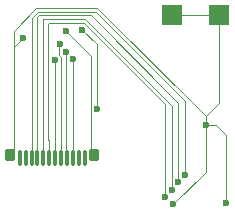
<source format=gbr>
%TF.GenerationSoftware,KiCad,Pcbnew,9.0.1*%
%TF.CreationDate,2025-07-04T13:50:08+02:00*%
%TF.ProjectId,USB_18pinOmnetics_bend,5553425f-3138-4706-996e-4f6d6e657469,rev?*%
%TF.SameCoordinates,Original*%
%TF.FileFunction,Copper,L2,Bot*%
%TF.FilePolarity,Positive*%
%FSLAX46Y46*%
G04 Gerber Fmt 4.6, Leading zero omitted, Abs format (unit mm)*
G04 Created by KiCad (PCBNEW 9.0.1) date 2025-07-04 13:50:08*
%MOMM*%
%LPD*%
G01*
G04 APERTURE LIST*
G04 Aperture macros list*
%AMRoundRect*
0 Rectangle with rounded corners*
0 $1 Rounding radius*
0 $2 $3 $4 $5 $6 $7 $8 $9 X,Y pos of 4 corners*
0 Add a 4 corners polygon primitive as box body*
4,1,4,$2,$3,$4,$5,$6,$7,$8,$9,$2,$3,0*
0 Add four circle primitives for the rounded corners*
1,1,$1+$1,$2,$3*
1,1,$1+$1,$4,$5*
1,1,$1+$1,$6,$7*
1,1,$1+$1,$8,$9*
0 Add four rect primitives between the rounded corners*
20,1,$1+$1,$2,$3,$4,$5,0*
20,1,$1+$1,$4,$5,$6,$7,0*
20,1,$1+$1,$6,$7,$8,$9,0*
20,1,$1+$1,$8,$9,$2,$3,0*%
G04 Aperture macros list end*
%TA.AperFunction,SMDPad,CuDef*%
%ADD10RoundRect,0.050000X-0.115000X-0.625000X0.115000X-0.625000X0.115000X0.625000X-0.115000X0.625000X0*%
%TD*%
%TA.AperFunction,SMDPad,CuDef*%
%ADD11RoundRect,0.120000X0.280000X0.415000X-0.280000X0.415000X-0.280000X-0.415000X0.280000X-0.415000X0*%
%TD*%
%TA.AperFunction,SMDPad,CuDef*%
%ADD12RoundRect,0.120000X-0.280000X-0.415000X0.280000X-0.415000X0.280000X0.415000X-0.280000X0.415000X0*%
%TD*%
%TA.AperFunction,ComponentPad*%
%ADD13R,1.700000X1.700000*%
%TD*%
%TA.AperFunction,ViaPad*%
%ADD14C,0.600000*%
%TD*%
%TA.AperFunction,Conductor*%
%ADD15C,0.100000*%
%TD*%
G04 APERTURE END LIST*
D10*
%TO.P,U2,12,12*%
%TO.N,unconnected-(U2-Pad12)*%
X132300000Y-103300000D03*
%TO.P,U2,13,13*%
%TO.N,unconnected-(U2-Pad13)*%
X132800000Y-103300000D03*
%TO.P,U2,14,14*%
%TO.N,Net-(J1-Pad8)*%
X133300000Y-103300000D03*
%TO.P,U2,15,15*%
%TO.N,Net-(J1-Pad9)*%
X133800000Y-103300000D03*
%TO.P,U2,16,16*%
%TO.N,Net-(J1-Pad10)*%
X134300000Y-103300000D03*
%TO.P,U2,17,17*%
%TO.N,Net-(J1-Pad11)*%
X134800000Y-103300000D03*
%TO.P,U2,18,18*%
%TO.N,Net-(J1-Pad12)*%
X135300000Y-103300000D03*
%TO.P,U2,19,19*%
%TO.N,Net-(J1-Pad13)*%
X135800000Y-103300000D03*
%TO.P,U2,20,20*%
%TO.N,Net-(J1-Pad14)*%
X136300000Y-103300000D03*
%TO.P,U2,21,21*%
%TO.N,Net-(J1-Pad15)*%
X136800000Y-103300000D03*
%TO.P,U2,22,22*%
%TO.N,unconnected-(U2-Pad22)*%
X137300000Y-103300000D03*
%TO.P,U2,23,23*%
%TO.N,unconnected-(U2-Pad23)*%
X137800000Y-103300000D03*
D11*
%TO.P,U2,26,26*%
%TO.N,GND*%
X131500000Y-102990000D03*
D12*
%TO.P,U2,27,27*%
X138600000Y-102990000D03*
%TD*%
D13*
%TO.P,J4,1,Pin_1*%
%TO.N,GND*%
X145200000Y-91200000D03*
%TD*%
%TO.P,J3,1,Pin_1*%
%TO.N,GND*%
X149200000Y-91200000D03*
%TD*%
D14*
%TO.N,GND*%
X132600000Y-93100000D03*
X136200000Y-92499000D03*
X137575707Y-92424293D03*
X138805500Y-99100000D03*
X145300000Y-107200000D03*
X148035000Y-100510000D03*
X149735000Y-107110000D03*
%TO.N,Net-(J1-Pad8)*%
X146285000Y-104710000D03*
%TO.N,Net-(J1-Pad9)*%
X145735000Y-105294933D03*
%TO.N,Net-(J1-Pad10)*%
X145185000Y-106010000D03*
%TO.N,Net-(J1-Pad11)*%
X144635000Y-106590949D03*
%TO.N,Net-(J1-Pad12)*%
X135250000Y-95000000D03*
%TO.N,Net-(J1-Pad13)*%
X135700000Y-93600000D03*
%TO.N,Net-(J1-Pad14)*%
X136200000Y-94300000D03*
%TO.N,Net-(J1-Pad15)*%
X136800000Y-94900000D03*
%TD*%
D15*
%TO.N,GND*%
X131800000Y-93900000D02*
X131800000Y-103000000D01*
X132600000Y-93100000D02*
X131800000Y-93900000D01*
X138300000Y-94599000D02*
X136200000Y-92499000D01*
X138300000Y-103000000D02*
X138300000Y-94599000D01*
X138805500Y-93654086D02*
X137575707Y-92424293D01*
X138805500Y-99100000D02*
X138805500Y-93654086D01*
%TO.N,Net-(J1-Pad11)*%
X144635000Y-106239232D02*
X144635000Y-106590949D01*
X144634000Y-106238232D02*
X144635000Y-106239232D01*
X144634000Y-105781768D02*
X144634000Y-106238232D01*
X144635000Y-98705768D02*
X144635000Y-105780768D01*
X137733232Y-91804000D02*
X144635000Y-98705768D01*
X134796000Y-91804000D02*
X137733232Y-91804000D01*
X134699000Y-91901000D02*
X134796000Y-91804000D01*
X144635000Y-105780768D02*
X144634000Y-105781768D01*
X134699000Y-101699000D02*
X134699000Y-91901000D01*
X134800000Y-101800000D02*
X134699000Y-101699000D01*
X134800000Y-103300000D02*
X134800000Y-101800000D01*
%TO.N,Net-(J1-Pad10)*%
X145184000Y-105066701D02*
X145184000Y-105523165D01*
X145185000Y-105524165D02*
X145185000Y-106010000D01*
X145185000Y-105065701D02*
X145184000Y-105066701D01*
X145185000Y-98830090D02*
X145185000Y-105065701D01*
X137857910Y-91503000D02*
X145185000Y-98830090D01*
X134300000Y-91503000D02*
X137857910Y-91503000D01*
X134300000Y-103300000D02*
X134300000Y-91503000D01*
X145184000Y-105523165D02*
X145185000Y-105524165D01*
%TO.N,Net-(J1-Pad9)*%
X145735000Y-104939232D02*
X145735000Y-105294933D01*
X145734000Y-104481768D02*
X145734000Y-104938232D01*
X145735000Y-98601768D02*
X145735000Y-104480768D01*
X145735000Y-104480768D02*
X145734000Y-104481768D01*
X133949356Y-91202000D02*
X138335232Y-91202000D01*
X145734000Y-104938232D02*
X145735000Y-104939232D01*
X138335232Y-91202000D02*
X145735000Y-98601768D01*
X133800000Y-91351356D02*
X133949356Y-91202000D01*
X133800000Y-103300000D02*
X133800000Y-91351356D01*
%TO.N,Net-(J1-Pad8)*%
X138752843Y-90901000D02*
X146285000Y-98433157D01*
X133300000Y-91425678D02*
X133824678Y-90901000D01*
X133824678Y-90901000D02*
X138752843Y-90901000D01*
X146285000Y-98433157D02*
X146285000Y-104710000D01*
X133300000Y-103300000D02*
X133300000Y-91425678D01*
%TO.N,GND*%
X131800000Y-92500000D02*
X133700000Y-90600000D01*
X131800000Y-103000000D02*
X131800000Y-92500000D01*
X133700000Y-90600000D02*
X138877521Y-90600000D01*
X138877521Y-90600000D02*
X148035000Y-99757479D01*
X148035000Y-104465000D02*
X148035000Y-100510000D01*
X145300000Y-107200000D02*
X148035000Y-104465000D01*
X149200000Y-98592479D02*
X149200000Y-91200000D01*
X148035000Y-99757479D02*
X149200000Y-98592479D01*
X145200000Y-91200000D02*
X149200000Y-91200000D01*
X148035000Y-99757479D02*
X148035000Y-100510000D01*
X149735000Y-101310000D02*
X148935000Y-100510000D01*
X149735000Y-107110000D02*
X149735000Y-101310000D01*
X148935000Y-100510000D02*
X148035000Y-100510000D01*
%TO.N,Net-(J1-Pad12)*%
X135300000Y-95050000D02*
X135250000Y-95000000D01*
X135300000Y-103300000D02*
X135300000Y-95050000D01*
%TO.N,Net-(J1-Pad13)*%
X135649000Y-94528232D02*
X135649000Y-93651000D01*
X135800000Y-94679232D02*
X135649000Y-94528232D01*
X135649000Y-93651000D02*
X135700000Y-93600000D01*
X135800000Y-103300000D02*
X135800000Y-94679232D01*
%TO.N,Net-(J1-Pad14)*%
X136249000Y-94349000D02*
X136200000Y-94300000D01*
X136249000Y-103249000D02*
X136249000Y-94349000D01*
X136300000Y-103300000D02*
X136249000Y-103249000D01*
%TO.N,Net-(J1-Pad15)*%
X136800000Y-103300000D02*
X136800000Y-94900000D01*
%TD*%
M02*

</source>
